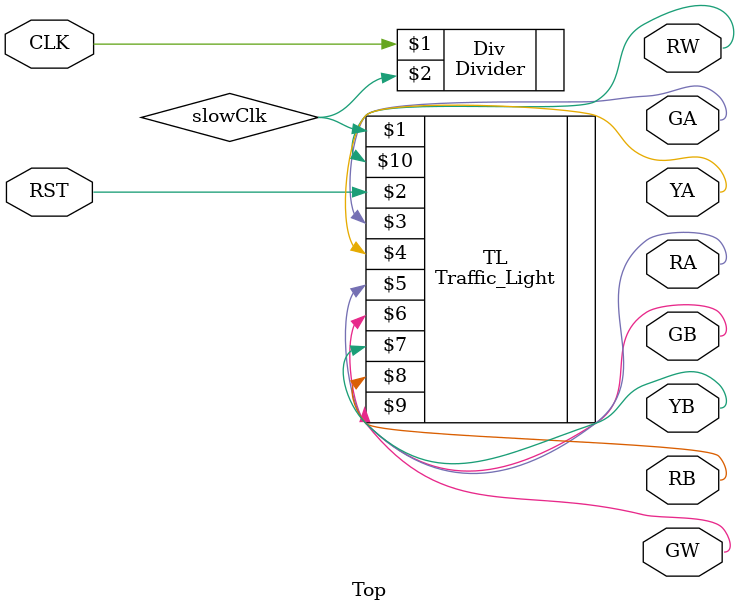
<source format=v>
module Top (CLK,RST, GA,YA,RA, GB,YB,RB, GW,RW); 
input CLK,RST;
output GA,YA,RA, GB,YB,RB, GW,RW;

wire slowClk;

Divider Div (CLK, slowClk);
Traffic_Light TL (slowClk,RST, GA,YA,RA, GB,YB,RB, GW,RW);

endmodule

</source>
